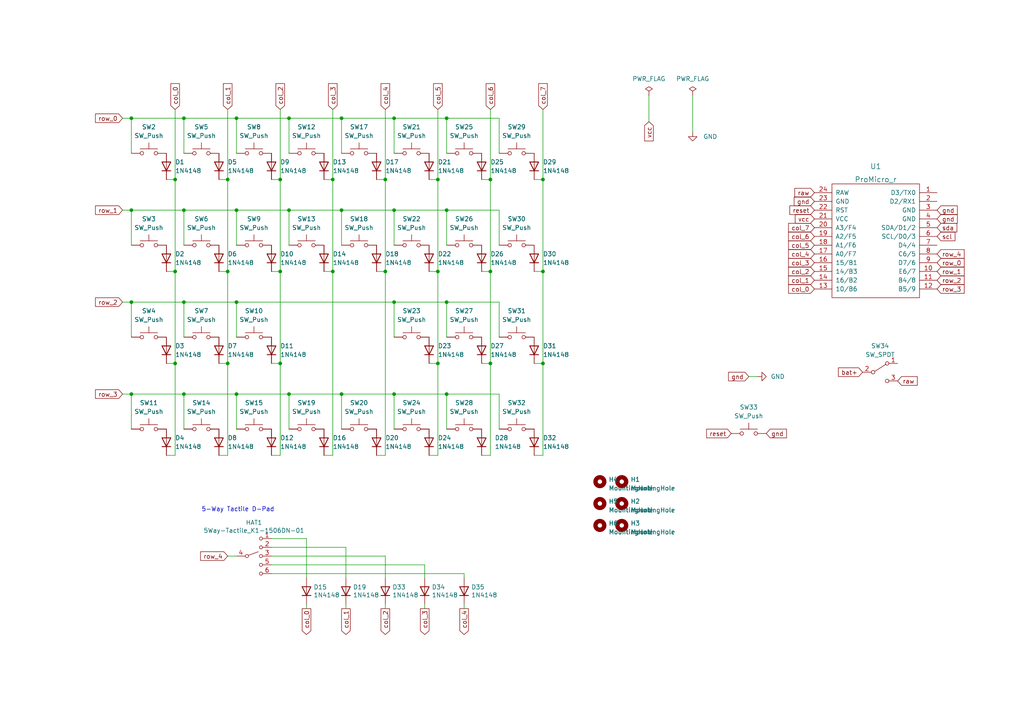
<source format=kicad_sch>
(kicad_sch (version 20230121) (generator eeschema)
  (paper "A4")
  (lib_symbols
    (symbol "Device:D" (pin_numbers hide) (pin_names (offset 1.016) hide)
      (property "Reference" "D" (at 0 2.54 0))
      (property "Value" "D" (at 0 -2.54 0))
      (symbol "D_0_1"
        (polyline (pts (xy -1.27 1.27) (xy -1.27 -1.27)) (stroke (width 0.254)))
        (polyline (pts (xy 1.27 0) (xy -1.27 0)))
        (polyline (pts (xy 1.27 1.27) (xy 1.27 -1.27) (xy -1.27 0) (xy 1.27 1.27)) (stroke (width 0.254)))
      )
      (symbol "D_1_1"
        (pin passive line (at -3.81 0 0) (length 2.54) (name "K") (number "1"))
        (pin passive line (at 3.81 0 180) (length 2.54) (name "A") (number "2"))
      )
    )
    (symbol "DjinnSymbols:5Way-Tactile_K1-1506DN-01" (pin_names (offset 0) hide)
      (property "Reference" "SW" (at 0 6.858 0))
      (property "Value" "5Way-Tactile_K1-1506DN-01" (at 0 -8.128 0))
      (symbol "5Way-Tactile_K1-1506DN-01_0_1"
        (circle (center -2.032 0) (radius 0.4572))
        (polyline (pts (xy -1.524 0.254) (xy 1.27 1.27)))
        (circle (center 2.032 -2.54) (radius 0.4572))
        (circle (center 2.032 0) (radius 0.4572))
        (circle (center 2.032 2.54) (radius 0.4572))
      )
      (symbol "5Way-Tactile_K1-1506DN-01_1_1"
        (circle (center 2.032 -5.08) (radius 0.4572))
        (circle (center 2.032 5.08) (radius 0.4572))
        (pin passive line (at 5.08 5.08 180) (length 2.54) (name "1") (number "1"))
        (pin passive line (at 5.08 2.54 180) (length 2.54) (name "2") (number "2"))
        (pin passive line (at 5.08 0 180) (length 2.54) (name "3") (number "3"))
        (pin passive line (at -5.08 0 0) (length 2.54) (name "4") (number "4"))
        (pin passive line (at 5.08 -2.54 180) (length 2.54) (name "5") (number "5"))
        (pin passive line (at 5.08 -5.08 180) (length 2.54) (name "6") (number "6"))
      )
    )
    (symbol "Mechanical:MountingHole" (pin_names (offset 1.016))
      (property "Reference" "H" (at 0 5.08 0))
      (property "Value" "MountingHole" (at 0 3.175 0))
      (symbol "MountingHole_0_1"
        (circle (center 0 0) (radius 1.27) (stroke (width 1.27)))
      )
    )
    (symbol "Switch:SW_Push" (pin_numbers hide) (pin_names (offset 1.016) hide)
      (property "Reference" "SW" (at 1.27 2.54 0))
      (property "Value" "SW_Push" (at 0 -1.524 0))
      (symbol "SW_Push_0_1"
        (circle (center -2.032 0) (radius 0.508))
        (polyline (pts (xy 0 1.27) (xy 0 3.048)))
        (polyline (pts (xy 2.54 1.27) (xy -2.54 1.27)))
        (circle (center 2.032 0) (radius 0.508))
        (pin passive line (at -5.08 0 0) (length 2.54) (name "1") (number "1"))
        (pin passive line (at 5.08 0 180) (length 2.54) (name "2") (number "2"))
      )
    )
    (symbol "Switch:SW_SPDT" (pin_names (offset 0) hide)
      (property "Reference" "SW" (at 0 4.318 0))
      (property "Value" "SW_SPDT" (at 0 -5.08 0))
      (symbol "SW_SPDT_0_0"
        (circle (center -2.032 0) (radius 0.508))
        (circle (center 2.032 -2.54) (radius 0.508))
      )
      (symbol "SW_SPDT_0_1"
        (polyline (pts (xy -1.524 0.254) (xy 1.651 2.286)))
        (circle (center 2.032 2.54) (radius 0.508))
      )
      (symbol "SW_SPDT_1_1"
        (pin passive line (at 5.08 2.54 180) (length 2.54) (name "A") (number "1"))
        (pin passive line (at -5.08 0 0) (length 2.54) (name "B") (number "2"))
        (pin passive line (at 5.08 -2.54 180) (length 2.54) (name "C") (number "3"))
      )
    )
    (symbol "alaa:Diode_1N4148" (pin_numbers hide) (pin_names (offset 1.016) hide)
      (property "Reference" "D4" (at 2.54 1.2701 90))
      (property "Value" "Diode_1N4148" (at 2.54 -1.2699 90))
      (symbol "Diode_1N4148_0_1"
        (polyline (pts (xy -1.27 1.27) (xy -1.27 -1.27)) (stroke (width 0.254)))
        (polyline (pts (xy 1.27 0) (xy -1.27 0)))
        (polyline (pts (xy 1.27 1.27) (xy 1.27 -1.27) (xy -1.27 0) (xy 1.27 1.27)) (stroke (width 0.254)))
      )
      (symbol "Diode_1N4148_1_1"
        (pin passive line (at -3.81 0 0) (length 2.54) (name "K") (number "1"))
        (pin passive line (at 3.81 0 180) (length 2.54) (name "A") (number "2"))
      )
    )
    (symbol "alaa:ProMicro_r" (pin_names (offset 1.016))
      (property "Reference" "U1" (at 1.27 25.4 0))
      (property "Value" "ProMicro_r" (at 1.27 21.59 0))
      (symbol "ProMicro_r_0_1"
        (rectangle (start 13.97 20.32) (end -11.43 -12.7))
      )
      (symbol "ProMicro_r_1_1"
        (pin bidirectional line (at 19.05 17.78 180) (length 5.08) (name "D3/TX0") (number "1"))
        (pin bidirectional line (at 19.05 -5.08 180) (length 5.08) (name "E6/7") (number "10"))
        (pin bidirectional line (at 19.05 -7.62 180) (length 5.08) (name "B4/8") (number "11"))
        (pin bidirectional line (at 19.05 -10.16 180) (length 5.08) (name "B5/9") (number "12"))
        (pin bidirectional line (at -16.51 -10.16 0) (length 5.08) (name "10/B6") (number "13"))
        (pin bidirectional line (at -16.51 -7.62 0) (length 5.08) (name "16/B2") (number "14"))
        (pin bidirectional line (at -16.51 -5.08 0) (length 5.08) (name "14/B3") (number "15"))
        (pin bidirectional line (at -16.51 -2.54 0) (length 5.08) (name "15/B1") (number "16"))
        (pin bidirectional line (at -16.51 0 0) (length 5.08) (name "A0/F7") (number "17"))
        (pin bidirectional line (at -16.51 2.54 0) (length 5.08) (name "A1/F6") (number "18"))
        (pin bidirectional line (at -16.51 5.08 0) (length 5.08) (name "A2/F5") (number "19"))
        (pin bidirectional line (at 19.05 15.24 180) (length 5.08) (name "D2/RX1") (number "2"))
        (pin bidirectional line (at -16.51 7.62 0) (length 5.08) (name "A3/F4") (number "20"))
        (pin power_in line (at -16.51 10.16 0) (length 5.08) (name "VCC") (number "21"))
        (pin input line (at -16.51 12.7 0) (length 5.08) (name "RST") (number "22"))
        (pin power_in line (at -16.51 15.24 0) (length 5.08) (name "GND") (number "23"))
        (pin power_out line (at -16.51 17.78 0) (length 5.08) (name "RAW") (number "24"))
        (pin power_in line (at 19.05 12.7 180) (length 5.08) (name "GND") (number "3"))
        (pin power_in line (at 19.05 10.16 180) (length 5.08) (name "GND") (number "4"))
        (pin bidirectional line (at 19.05 7.62 180) (length 5.08) (name "SDA/D1/2") (number "5"))
        (pin bidirectional line (at 19.05 5.08 180) (length 5.08) (name "SCL/D0/3") (number "6"))
        (pin bidirectional line (at 19.05 2.54 180) (length 5.08) (name "D4/4") (number "7"))
        (pin bidirectional line (at 19.05 0 180) (length 5.08) (name "C6/5") (number "8"))
        (pin bidirectional line (at 19.05 -2.54 180) (length 5.08) (name "D7/6") (number "9"))
      )
    )
    (symbol "power:GND" (power) (pin_names (offset 0))
      (property "Value" "GND" (at 0 -3.81 0))
      (symbol "GND_0_1"
        (polyline (pts (xy 0 0) (xy 0 -1.27) (xy 1.27 -1.27) (xy 0 -2.54) (xy -1.27 -1.27) (xy 0 -1.27)))
      )
      (symbol "GND_1_1"
        (pin power_in line (at 0 0 270) (length 0) hide (name "GND") (number "1"))
      )
    )
    (symbol "power:PWR_FLAG" (power) (pin_numbers hide) (pin_names (offset 0) hide)
      (property "Value" "PWR_FLAG" (at 0 3.81 0))
      (symbol "PWR_FLAG_0_0"
        (pin power_out line (at 0 0 90) (length 0) (name "pwr") (number "1"))
      )
      (symbol "PWR_FLAG_0_1"
        (polyline (pts (xy 0 0) (xy 0 1.27) (xy -1.016 1.905) (xy 0 2.54) (xy 1.016 1.905) (xy 0 1.27)))
      )
    )
  )
  (junction (at 157.48 78.74))
  (junction (at 142.24 105.41))
  (junction (at 129.54 34.29))
  (junction (at 129.54 114.3))
  (junction (at 53.34 34.29))
  (junction (at 129.54 60.96))
  (junction (at 50.8 78.74))
  (junction (at 50.8 105.41))
  (junction (at 142.24 52.07))
  (junction (at 68.58 34.29))
  (junction (at 111.76 78.74))
  (junction (at 114.3 114.3))
  (junction (at 114.3 60.96))
  (junction (at 53.34 60.96))
  (junction (at 127 52.07))
  (junction (at 157.48 52.07))
  (junction (at 66.04 78.74))
  (junction (at 157.48 105.41))
  (junction (at 38.1 60.96))
  (junction (at 81.28 52.07))
  (junction (at 96.52 52.07))
  (junction (at 127 78.74))
  (junction (at 99.06 60.96))
  (junction (at 50.8 52.07))
  (junction (at 99.06 114.3))
  (junction (at 38.1 114.3))
  (junction (at 66.04 105.41))
  (junction (at 96.52 78.74))
  (junction (at 142.24 78.74))
  (junction (at 83.82 34.29))
  (junction (at 129.54 87.63))
  (junction (at 114.3 34.29))
  (junction (at 66.04 52.07))
  (junction (at 99.06 34.29))
  (junction (at 68.58 60.96))
  (junction (at 68.58 87.63))
  (junction (at 114.3 87.63))
  (junction (at 81.28 105.41))
  (junction (at 38.1 87.63))
  (junction (at 81.28 78.74))
  (junction (at 53.34 87.63))
  (junction (at 111.76 52.07))
  (junction (at 83.82 60.96))
  (junction (at 83.82 114.3))
  (junction (at 68.58 114.3))
  (junction (at 53.34 114.3))
  (junction (at 38.1 34.29))
  (junction (at 127 105.41))
  (wire (pts (xy 38.1 97.79) (xy 38.1 87.63)))
  (wire (pts (xy 127 105.41) (xy 124.46 105.41)))
  (wire (pts (xy 111.76 52.07) (xy 111.76 78.74)))
  (wire (pts (xy 144.78 87.63) (xy 144.78 97.79)))
  (wire (pts (xy 50.8 78.74) (xy 48.26 78.74)))
  (wire (pts (xy 111.76 175.26) (xy 111.76 176.53)))
  (wire (pts (xy 100.33 175.26) (xy 100.33 176.53)))
  (wire (pts (xy 53.34 114.3) (xy 68.58 114.3)))
  (wire (pts (xy 111.76 132.08) (xy 109.22 132.08)))
  (wire (pts (xy 38.1 60.96) (xy 53.34 60.96)))
  (wire (pts (xy 83.82 114.3) (xy 99.06 114.3)))
  (wire (pts (xy 111.76 161.29) (xy 111.76 167.64)))
  (wire (pts (xy 127 132.08) (xy 127 105.41)))
  (wire (pts (xy 114.3 114.3) (xy 114.3 124.46)))
  (wire (pts (xy 99.06 114.3) (xy 114.3 114.3)))
  (wire (pts (xy 81.28 132.08) (xy 81.28 105.41)))
  (wire (pts (xy 83.82 60.96) (xy 83.82 71.12)))
  (wire (pts (xy 53.34 124.46) (xy 53.34 114.3)))
  (wire (pts (xy 78.74 156.21) (xy 88.9 156.21)))
  (wire (pts (xy 38.1 34.29) (xy 53.34 34.29)))
  (wire (pts (xy 114.3 34.29) (xy 129.54 34.29)))
  (wire (pts (xy 68.58 34.29) (xy 83.82 34.29)))
  (wire (pts (xy 129.54 60.96) (xy 144.78 60.96)))
  (wire (pts (xy 114.3 87.63) (xy 129.54 87.63)))
  (wire (pts (xy 127 78.74) (xy 124.46 78.74)))
  (wire (pts (xy 78.74 161.29) (xy 111.76 161.29)))
  (wire (pts (xy 99.06 60.96) (xy 99.06 71.12)))
  (wire (pts (xy 157.48 78.74) (xy 157.48 105.41)))
  (wire (pts (xy 129.54 114.3) (xy 144.78 114.3)))
  (wire (pts (xy 83.82 60.96) (xy 99.06 60.96)))
  (wire (pts (xy 123.19 175.26) (xy 123.19 176.53)))
  (wire (pts (xy 154.94 132.08) (xy 157.48 132.08)))
  (wire (pts (xy 157.48 105.41) (xy 157.48 132.08)))
  (wire (pts (xy 88.9 175.26) (xy 88.9 176.53)))
  (wire (pts (xy 142.24 132.08) (xy 139.7 132.08)))
  (wire (pts (xy 78.74 105.41) (xy 81.28 105.41)))
  (wire (pts (xy 83.82 114.3) (xy 83.82 124.46)))
  (wire (pts (xy 78.74 132.08) (xy 81.28 132.08)))
  (wire (pts (xy 157.48 78.74) (xy 154.94 78.74)))
  (wire (pts (xy 68.58 114.3) (xy 83.82 114.3)))
  (wire (pts (xy 78.74 158.75) (xy 100.33 158.75)))
  (wire (pts (xy 127 78.74) (xy 127 52.07)))
  (wire (pts (xy 96.52 78.74) (xy 93.98 78.74)))
  (wire (pts (xy 66.04 52.07) (xy 66.04 78.74)))
  (wire (pts (xy 127 105.41) (xy 127 78.74)))
  (wire (pts (xy 81.28 31.75) (xy 81.28 52.07)))
  (wire (pts (xy 38.1 114.3) (xy 53.34 114.3)))
  (wire (pts (xy 127 52.07) (xy 124.46 52.07)))
  (wire (pts (xy 114.3 34.29) (xy 114.3 44.45)))
  (wire (pts (xy 66.04 31.75) (xy 66.04 52.07)))
  (wire (pts (xy 129.54 87.63) (xy 129.54 97.79)))
  (wire (pts (xy 144.78 60.96) (xy 144.78 71.12)))
  (wire (pts (xy 129.54 34.29) (xy 144.78 34.29)))
  (wire (pts (xy 129.54 60.96) (xy 129.54 71.12)))
  (wire (pts (xy 157.48 31.75) (xy 157.48 52.07)))
  (wire (pts (xy 38.1 44.45) (xy 38.1 34.29)))
  (wire (pts (xy 99.06 114.3) (xy 99.06 124.46)))
  (wire (pts (xy 100.33 158.75) (xy 100.33 167.64)))
  (wire (pts (xy 124.46 132.08) (xy 127 132.08)))
  (wire (pts (xy 142.24 78.74) (xy 139.7 78.74)))
  (wire (pts (xy 66.04 78.74) (xy 66.04 105.41)))
  (wire (pts (xy 78.74 163.83) (xy 123.19 163.83)))
  (wire (pts (xy 78.74 166.37) (xy 134.62 166.37)))
  (wire (pts (xy 83.82 34.29) (xy 99.06 34.29)))
  (wire (pts (xy 114.3 60.96) (xy 114.3 71.12)))
  (wire (pts (xy 109.22 52.07) (xy 111.76 52.07)))
  (wire (pts (xy 66.04 78.74) (xy 63.5 78.74)))
  (wire (pts (xy 88.9 156.21) (xy 88.9 167.64)))
  (wire (pts (xy 66.04 132.08) (xy 66.04 105.41)))
  (wire (pts (xy 114.3 114.3) (xy 129.54 114.3)))
  (wire (pts (xy 142.24 52.07) (xy 142.24 78.74)))
  (wire (pts (xy 50.8 78.74) (xy 50.8 52.07)))
  (wire (pts (xy 99.06 34.29) (xy 99.06 44.45)))
  (wire (pts (xy 114.3 60.96) (xy 129.54 60.96)))
  (wire (pts (xy 96.52 52.07) (xy 93.98 52.07)))
  (wire (pts (xy 48.26 105.41) (xy 50.8 105.41)))
  (wire (pts (xy 217.17 109.22) (xy 219.71 109.22)))
  (wire (pts (xy 96.52 78.74) (xy 96.52 132.08)))
  (wire (pts (xy 129.54 87.63) (xy 144.78 87.63)))
  (wire (pts (xy 68.58 87.63) (xy 68.58 97.79)))
  (wire (pts (xy 38.1 87.63) (xy 53.34 87.63)))
  (wire (pts (xy 53.34 87.63) (xy 53.34 97.79)))
  (wire (pts (xy 99.06 60.96) (xy 114.3 60.96)))
  (wire (pts (xy 81.28 52.07) (xy 78.74 52.07)))
  (wire (pts (xy 38.1 114.3) (xy 38.1 124.46)))
  (wire (pts (xy 123.19 163.83) (xy 123.19 167.64)))
  (wire (pts (xy 38.1 71.12) (xy 38.1 60.96)))
  (wire (pts (xy 48.26 132.08) (xy 50.8 132.08)))
  (wire (pts (xy 93.98 132.08) (xy 96.52 132.08)))
  (wire (pts (xy 127 31.75) (xy 127 52.07)))
  (wire (pts (xy 114.3 87.63) (xy 114.3 97.79)))
  (wire (pts (xy 50.8 105.41) (xy 50.8 78.74)))
  (wire (pts (xy 129.54 34.29) (xy 129.54 44.45)))
  (wire (pts (xy 111.76 31.75) (xy 111.76 52.07)))
  (wire (pts (xy 154.94 52.07) (xy 157.48 52.07)))
  (wire (pts (xy 68.58 114.3) (xy 68.58 124.46)))
  (wire (pts (xy 68.58 60.96) (xy 83.82 60.96)))
  (wire (pts (xy 68.58 60.96) (xy 68.58 71.12)))
  (wire (pts (xy 68.58 87.63) (xy 114.3 87.63)))
  (wire (pts (xy 35.56 87.63) (xy 38.1 87.63)))
  (wire (pts (xy 157.48 105.41) (xy 154.94 105.41)))
  (wire (pts (xy 99.06 34.29) (xy 114.3 34.29)))
  (wire (pts (xy 139.7 52.07) (xy 142.24 52.07)))
  (wire (pts (xy 50.8 31.75) (xy 50.8 52.07)))
  (wire (pts (xy 96.52 31.75) (xy 96.52 52.07)))
  (wire (pts (xy 142.24 78.74) (xy 142.24 105.41)))
  (wire (pts (xy 35.56 60.96) (xy 38.1 60.96)))
  (wire (pts (xy 111.76 78.74) (xy 109.22 78.74)))
  (wire (pts (xy 81.28 78.74) (xy 78.74 78.74)))
  (wire (pts (xy 96.52 78.74) (xy 96.52 52.07)))
  (wire (pts (xy 157.48 52.07) (xy 157.48 78.74)))
  (wire (pts (xy 144.78 34.29) (xy 144.78 44.45)))
  (wire (pts (xy 53.34 34.29) (xy 68.58 34.29)))
  (wire (pts (xy 53.34 60.96) (xy 68.58 60.96)))
  (wire (pts (xy 111.76 78.74) (xy 111.76 132.08)))
  (wire (pts (xy 63.5 52.07) (xy 66.04 52.07)))
  (wire (pts (xy 53.34 34.29) (xy 53.34 44.45)))
  (wire (pts (xy 83.82 34.29) (xy 83.82 44.45)))
  (wire (pts (xy 142.24 31.75) (xy 142.24 52.07)))
  (wire (pts (xy 68.58 34.29) (xy 68.58 44.45)))
  (wire (pts (xy 50.8 132.08) (xy 50.8 105.41)))
  (wire (pts (xy 81.28 78.74) (xy 81.28 52.07)))
  (wire (pts (xy 129.54 114.3) (xy 129.54 124.46)))
  (wire (pts (xy 53.34 60.96) (xy 53.34 71.12)))
  (wire (pts (xy 134.62 166.37) (xy 134.62 167.64)))
  (wire (pts (xy 53.34 87.63) (xy 68.58 87.63)))
  (wire (pts (xy 68.58 161.29) (xy 66.04 161.29)))
  (wire (pts (xy 63.5 132.08) (xy 66.04 132.08)))
  (wire (pts (xy 144.78 114.3) (xy 144.78 124.46)))
  (wire (pts (xy 66.04 105.41) (xy 63.5 105.41)))
  (wire (pts (xy 134.62 175.26) (xy 134.62 176.53)))
  (wire (pts (xy 142.24 105.41) (xy 139.7 105.41)))
  (wire (pts (xy 200.914 27.686) (xy 200.914 38.354)))
  (wire (pts (xy 35.56 34.29) (xy 38.1 34.29)))
  (wire (pts (xy 35.56 114.3) (xy 38.1 114.3)))
  (wire (pts (xy 142.24 105.41) (xy 142.24 132.08)))
  (wire (pts (xy 188.214 27.686) (xy 188.214 35.306)))
  (wire (pts (xy 81.28 78.74) (xy 81.28 105.41)))
  (wire (pts (xy 50.8 52.07) (xy 48.26 52.07)))
  (text "5-Way Tactile D-Pad" (at 58.42 148.59 0) (effects (font (size 1.27 1.27)) (justify left bottom)))
  (global_label "col_1" (shape output) (at 100.33 176.53 270) (property "Intersheetrefs" "${INTERSHEET_REFS}" (effects hide)))
  (global_label "col_1" (shape input) (at 66.04 31.75 90) (property "Intersheetrefs" "${INTERSHEET_REFS}" (effects hide)))
  (global_label "col_0" (shape input) (at 236.22 83.82 180) (property "Intersheetrefs" "${INTERSHEET_REFS}" (effects hide)))
  (global_label "raw" (shape input) (at 260.35 110.49 0) (property "Intersheetrefs" "${INTERSHEET_REFS}" (effects hide)))
  (global_label "col_2" (shape input) (at 236.22 78.74 180) (property "Intersheetrefs" "${INTERSHEET_REFS}" (effects hide)))
  (global_label "row_0" (shape input) (at 35.56 34.29 180) (property "Intersheetrefs" "${INTERSHEET_REFS}" (effects hide)))
  (global_label "row_4" (shape input) (at 271.78 73.66 0) (property "Intersheetrefs" "${INTERSHEET_REFS}" (effects hide)))
  (global_label "row_1" (shape input) (at 271.78 78.74 0) (property "Intersheetrefs" "${INTERSHEET_REFS}" (effects hide)))
  (global_label "row_1" (shape input) (at 35.56 60.96 180) (property "Intersheetrefs" "${INTERSHEET_REFS}" (effects hide)))
  (global_label "row_3" (shape input) (at 35.56 114.3 180) (property "Intersheetrefs" "${INTERSHEET_REFS}" (effects hide)))
  (global_label "row_3" (shape input) (at 271.78 83.82 0) (property "Intersheetrefs" "${INTERSHEET_REFS}" (effects hide)))
  (global_label "col_5" (shape input) (at 236.22 71.12 180) (property "Intersheetrefs" "${INTERSHEET_REFS}" (effects hide)))
  (global_label "col_3" (shape input) (at 236.22 76.2 180) (property "Intersheetrefs" "${INTERSHEET_REFS}" (effects hide)))
  (global_label "gnd" (shape input) (at 217.17 109.22 180) (property "Intersheetrefs" "${INTERSHEET_REFS}" (effects hide)))
  (global_label "col_0" (shape input) (at 50.8 31.75 90) (property "Intersheetrefs" "${INTERSHEET_REFS}" (effects hide)))
  (global_label "col_2" (shape output) (at 111.76 176.53 270) (property "Intersheetrefs" "${INTERSHEET_REFS}" (effects hide)))
  (global_label "sda" (shape input) (at 271.78 66.04 0) (property "Intersheetrefs" "${INTERSHEET_REFS}" (effects hide)))
  (global_label "gnd" (shape input) (at 222.25 125.73 0) (property "Intersheetrefs" "${INTERSHEET_REFS}" (effects hide)))
  (global_label "col_0" (shape output) (at 88.9 176.53 270) (property "Intersheetrefs" "${INTERSHEET_REFS}" (effects hide)))
  (global_label "col_4" (shape input) (at 111.76 31.75 90) (property "Intersheetrefs" "${INTERSHEET_REFS}" (effects hide)))
  (global_label "gnd" (shape input) (at 271.78 63.5 0) (property "Intersheetrefs" "${INTERSHEET_REFS}" (effects hide)))
  (global_label "col_7" (shape input) (at 157.48 31.75 90) (property "Intersheetrefs" "${INTERSHEET_REFS}" (effects hide)))
  (global_label "row_4" (shape input) (at 66.04 161.29 180) (property "Intersheetrefs" "${INTERSHEET_REFS}" (effects hide)))
  (global_label "reset" (shape input) (at 212.09 125.73 180) (property "Intersheetrefs" "${INTERSHEET_REFS}" (effects hide)))
  (global_label "vcc" (shape input) (at 188.214 35.306 270) (property "Intersheetrefs" "${INTERSHEET_REFS}" (effects hide)))
  (global_label "scl" (shape input) (at 271.78 68.58 0) (property "Intersheetrefs" "${INTERSHEET_REFS}" (effects hide)))
  (global_label "vcc" (shape input) (at 236.22 63.5 180) (property "Intersheetrefs" "${INTERSHEET_REFS}" (effects hide)))
  (global_label "col_4" (shape input) (at 236.22 73.66 180) (property "Intersheetrefs" "${INTERSHEET_REFS}" (effects hide)))
  (global_label "col_1" (shape input) (at 236.22 81.28 180) (property "Intersheetrefs" "${INTERSHEET_REFS}" (effects hide)))
  (global_label "bat+" (shape input) (at 250.19 107.95 180) (property "Intersheetrefs" "${INTERSHEET_REFS}" (effects hide)))
  (global_label "reset" (shape input) (at 236.22 60.96 180) (property "Intersheetrefs" "${INTERSHEET_REFS}" (effects hide)))
  (global_label "col_7" (shape input) (at 236.22 66.04 180) (property "Intersheetrefs" "${INTERSHEET_REFS}" (effects hide)))
  (global_label "row_2" (shape input) (at 271.78 81.28 0) (property "Intersheetrefs" "${INTERSHEET_REFS}" (effects hide)))
  (global_label "col_4" (shape output) (at 134.62 176.53 270) (property "Intersheetrefs" "${INTERSHEET_REFS}" (effects hide)))
  (global_label "gnd" (shape input) (at 271.78 60.96 0) (property "Intersheetrefs" "${INTERSHEET_REFS}" (effects hide)))
  (global_label "col_5" (shape input) (at 127 31.75 90) (property "Intersheetrefs" "${INTERSHEET_REFS}" (effects hide)))
  (global_label "col_2" (shape input) (at 81.28 31.75 90) (property "Intersheetrefs" "${INTERSHEET_REFS}" (effects hide)))
  (global_label "row_2" (shape input) (at 35.56 87.63 180) (property "Intersheetrefs" "${INTERSHEET_REFS}" (effects hide)))
  (global_label "col_6" (shape input) (at 142.24 31.75 90) (property "Intersheetrefs" "${INTERSHEET_REFS}" (effects hide)))
  (global_label "row_0" (shape input) (at 271.78 76.2 0) (property "Intersheetrefs" "${INTERSHEET_REFS}" (effects hide)))
  (global_label "col_3" (shape input) (at 96.52 31.75 90) (property "Intersheetrefs" "${INTERSHEET_REFS}" (effects hide)))
  (global_label "col_6" (shape input) (at 236.22 68.58 180) (property "Intersheetrefs" "${INTERSHEET_REFS}" (effects hide)))
  (global_label "gnd" (shape input) (at 236.22 58.42 180) (property "Intersheetrefs" "${INTERSHEET_REFS}" (effects hide)))
  (global_label "col_3" (shape output) (at 123.19 176.53 270) (property "Intersheetrefs" "${INTERSHEET_REFS}" (effects hide)))
  (global_label "raw" (shape input) (at 236.22 55.88 180) (property "Intersheetrefs" "${INTERSHEET_REFS}" (effects hide)))
  (symbol (lib_id "Switch:SW_SPDT") (at 255.27 107.95 0) (unit 1)
    (property "Reference" "SW34" (at 255.27 100.33 0))
    (property "Value" "SW_SPDT" (at 255.27 102.87 0))
    (property "Footprint" "Alaa:SW_CuK_OS102011MA1QN1_SPDT_Angled" (effects hide))
  )
  (symbol (lib_id "alaa:Diode_1N4148") (at 63.5 48.26 90) (unit 1)
    (property "Reference" "D5" (at 66.04 46.9899 90) (effects (justify right)))
    (property "Value" "1N4148" (at 66.04 49.5299 90) (effects (justify right)))
    (property "Footprint" "Diode_SMD:D_SOD-123" (effects hide))
    (property "Datasheet" "https://assets.nexperia.com/documents/data-sheet/1N4148_1N4448.pdf" (effects hide))
    (property "LCSC" "C909967" (effects hide))
  )
  (symbol (lib_id "alaa:Diode_1N4148") (at 48.26 128.27 90) (unit 1)
    (property "Reference" "D4" (at 50.8 126.9999 90) (effects (justify right)))
    (property "Value" "1N4148" (at 50.8 129.5399 90) (effects (justify right)))
    (property "Footprint" "Diode_SMD:D_SOD-123" (effects hide))
    (property "Datasheet" "https://assets.nexperia.com/documents/data-sheet/1N4148_1N4448.pdf" (effects hide))
    (property "LCSC" "C909967" (effects hide))
  )
  (symbol (lib_id "Switch:SW_Push") (at 104.14 71.12 0) (unit 1)
    (property "Reference" "SW18" (at 104.14 63.5 0))
    (property "Value" "SW_Push" (at 104.14 66.04 0))
    (property "Footprint" "Alaa:Kailh_hotswap_MX-CHOC" (effects hide))
  )
  (symbol (lib_id "Switch:SW_Push") (at 134.62 71.12 0) (unit 1)
    (property "Reference" "SW26" (at 134.62 63.5 0))
    (property "Value" "SW_Push" (at 134.62 66.04 0))
    (property "Footprint" "Alaa:Kailh_hotswap_MX-CHOC" (effects hide))
  )
  (symbol (lib_id "alaa:Diode_1N4148") (at 48.26 48.26 90) (unit 1)
    (property "Reference" "D1" (at 50.8 46.9899 90) (effects (justify right)))
    (property "Value" "1N4148" (at 50.8 49.5299 90) (effects (justify right)))
    (property "Footprint" "Diode_SMD:D_SOD-123" (effects hide))
    (property "Datasheet" "https://assets.nexperia.com/documents/data-sheet/1N4148_1N4448.pdf" (effects hide))
    (property "LCSC" "C909967" (effects hide))
  )
  (symbol (lib_id "alaa:Diode_1N4148") (at 78.74 101.6 90) (unit 1)
    (property "Reference" "D11" (at 81.28 100.3299 90) (effects (justify right)))
    (property "Value" "1N4148" (at 81.28 102.8699 90) (effects (justify right)))
    (property "Footprint" "Diode_SMD:D_SOD-123" (effects hide))
    (property "Datasheet" "https://assets.nexperia.com/documents/data-sheet/1N4148_1N4448.pdf" (effects hide))
    (property "LCSC" "C909967" (effects hide))
  )
  (symbol (lib_id "alaa:Diode_1N4148") (at 154.94 101.6 90) (unit 1)
    (property "Reference" "D31" (at 157.48 100.3299 90) (effects (justify right)))
    (property "Value" "1N4148" (at 157.48 102.8699 90) (effects (justify right)))
    (property "Footprint" "Diode_SMD:D_SOD-123" (effects hide))
    (property "Datasheet" "https://assets.nexperia.com/documents/data-sheet/1N4148_1N4448.pdf" (effects hide))
    (property "LCSC" "C909967" (effects hide))
  )
  (symbol (lib_id "alaa:Diode_1N4148") (at 139.7 128.27 90) (unit 1)
    (property "Reference" "D28" (at 143.51 126.9999 90) (effects (justify right)))
    (property "Value" "1N4148" (at 143.51 129.5399 90) (effects (justify right)))
    (property "Footprint" "Diode_SMD:D_SOD-123" (effects hide))
    (property "Datasheet" "https://assets.nexperia.com/documents/data-sheet/1N4148_1N4448.pdf" (effects hide))
    (property "LCSC" "C909967" (effects hide))
  )
  (symbol (lib_id "alaa:Diode_1N4148") (at 139.7 74.93 90) (unit 1)
    (property "Reference" "D26" (at 142.24 73.6599 90) (effects (justify right)))
    (property "Value" "1N4148" (at 142.24 76.1999 90) (effects (justify right)))
    (property "Footprint" "Diode_SMD:D_SOD-123" (effects hide))
    (property "Datasheet" "https://assets.nexperia.com/documents/data-sheet/1N4148_1N4448.pdf" (effects hide))
    (property "LCSC" "C909967" (effects hide))
  )
  (symbol (lib_id "Mechanical:MountingHole") (at 180.34 152.4 0) (unit 1)
    (property "Reference" "H3" (at 182.88 151.765 0) (effects (justify left)))
    (property "Value" "MountingHole" (at 182.88 154.305 0) (effects (justify left)))
    (property "Footprint" "Alaa:MountingHole_M3" (effects hide))
  )
  (symbol (lib_id "Switch:SW_Push") (at 134.62 124.46 0) (unit 1)
    (property "Reference" "SW28" (at 134.62 116.84 0))
    (property "Value" "SW_Push" (at 134.62 119.38 0))
    (property "Footprint" "Alaa:Kailh_hotswap_MX-CHOC" (effects hide))
  )
  (symbol (lib_id "alaa:Diode_1N4148") (at 124.46 128.27 90) (unit 1)
    (property "Reference" "D24" (at 127 126.9999 90) (effects (justify right)))
    (property "Value" "1N4148" (at 127 129.5399 90) (effects (justify right)))
    (property "Footprint" "Diode_SMD:D_SOD-123" (effects hide))
    (property "Datasheet" "https://assets.nexperia.com/documents/data-sheet/1N4148_1N4448.pdf" (effects hide))
    (property "LCSC" "C909967" (effects hide))
  )
  (symbol (lib_id "Switch:SW_Push") (at 134.62 44.45 0) (unit 1)
    (property "Reference" "SW25" (at 134.62 36.83 0))
    (property "Value" "SW_Push" (at 134.62 39.37 0))
    (property "Footprint" "Alaa:Kailh_hotswap_MX-CHOC" (effects hide))
  )
  (symbol (lib_id "alaa:Diode_1N4148") (at 63.5 74.93 90) (unit 1)
    (property "Reference" "D6" (at 66.04 73.6599 90) (effects (justify right)))
    (property "Value" "1N4148" (at 66.04 76.1999 90) (effects (justify right)))
    (property "Footprint" "Diode_SMD:D_SOD-123" (effects hide))
    (property "Datasheet" "https://assets.nexperia.com/documents/data-sheet/1N4148_1N4448.pdf" (effects hide))
    (property "LCSC" "C909967" (effects hide))
  )
  (symbol (lib_id "Switch:SW_Push") (at 43.18 124.46 0) (unit 1)
    (property "Reference" "SW11" (at 43.18 116.84 0))
    (property "Value" "SW_Push" (at 43.18 119.38 0))
    (property "Footprint" "Alaa:Kailh_hotswap_MX-CHOC" (effects hide))
  )
  (symbol (lib_id "Switch:SW_Push") (at 43.18 44.45 0) (unit 1)
    (property "Reference" "SW2" (at 43.18 36.83 0))
    (property "Value" "SW_Push" (at 43.18 39.37 0))
    (property "Footprint" "Alaa:Kailh_hotswap_MX-CHOC" (effects hide))
  )
  (symbol (lib_id "Switch:SW_Push") (at 149.86 97.79 0) (unit 1)
    (property "Reference" "SW31" (at 149.86 90.17 0))
    (property "Value" "SW_Push" (at 149.86 92.71 0))
    (property "Footprint" "Alaa:Kailh_hotswap_MX-CHOC" (effects hide))
  )
  (symbol (lib_id "Switch:SW_Push") (at 119.38 124.46 0) (unit 1)
    (property "Reference" "SW24" (at 119.38 116.84 0))
    (property "Value" "SW_Push" (at 119.38 119.38 0))
    (property "Footprint" "Alaa:Kailh_hotswap_MX-CHOC" (effects hide))
  )
  (symbol (lib_id "Switch:SW_Push") (at 43.18 97.79 0) (unit 1)
    (property "Reference" "SW4" (at 43.18 90.17 0))
    (property "Value" "SW_Push" (at 43.18 92.71 0))
    (property "Footprint" "Alaa:Kailh_hotswap_MX-CHOC" (effects hide))
  )
  (symbol (lib_id "Device:D") (at 134.62 171.45 90) (unit 1)
    (property "Reference" "D35" (at 136.652 170.2816 90) (effects (justify right)))
    (property "Value" "1N4148" (at 136.652 172.593 90) (effects (justify right)))
    (property "Footprint" "Diode_SMD:D_SOD-123" (effects hide))
    (property "Datasheet" "https://assets.nexperia.com/documents/data-sheet/1N4148_1N4448.pdf" (effects hide))
    (property "LCSC" "C909967" (effects hide))
  )
  (symbol (lib_id "Device:D") (at 111.76 171.45 90) (unit 1)
    (property "Reference" "D33" (at 113.792 170.2816 90) (effects (justify right)))
    (property "Value" "1N4148" (at 113.792 172.593 90) (effects (justify right)))
    (property "Footprint" "Diode_SMD:D_SOD-123" (effects hide))
    (property "Datasheet" "https://assets.nexperia.com/documents/data-sheet/1N4148_1N4448.pdf" (effects hide))
    (property "LCSC" "C909967" (effects hide))
  )
  (symbol (lib_id "alaa:Diode_1N4148") (at 124.46 48.26 90) (unit 1)
    (property "Reference" "D21" (at 127 46.9899 90) (effects (justify right)))
    (property "Value" "1N4148" (at 127 49.5299 90) (effects (justify right)))
    (property "Footprint" "Diode_SMD:D_SOD-123" (effects hide))
    (property "Datasheet" "https://assets.nexperia.com/documents/data-sheet/1N4148_1N4448.pdf" (effects hide))
    (property "LCSC" "C909967" (effects hide))
  )
  (symbol (lib_id "Mechanical:MountingHole") (at 180.34 139.7 0) (unit 1)
    (property "Reference" "H1" (at 182.88 139.065 0) (effects (justify left)))
    (property "Value" "MountingHole" (at 182.88 141.605 0) (effects (justify left)))
    (property "Footprint" "Alaa:MountingHole_M3" (effects hide))
  )
  (symbol (lib_id "alaa:Diode_1N4148") (at 109.22 128.27 90) (unit 1)
    (property "Reference" "D20" (at 111.76 126.9999 90) (effects (justify right)))
    (property "Value" "1N4148" (at 111.76 129.5399 90) (effects (justify right)))
    (property "Footprint" "Diode_SMD:D_SOD-123" (effects hide))
    (property "Datasheet" "https://assets.nexperia.com/documents/data-sheet/1N4148_1N4448.pdf" (effects hide))
    (property "LCSC" "C909967" (effects hide))
  )
  (symbol (lib_id "alaa:Diode_1N4148") (at 78.74 128.27 90) (unit 1)
    (property "Reference" "D12" (at 81.28 126.9999 90) (effects (justify right)))
    (property "Value" "1N4148" (at 81.28 129.5399 90) (effects (justify right)))
    (property "Footprint" "Diode_SMD:D_SOD-123" (effects hide))
    (property "Datasheet" "https://assets.nexperia.com/documents/data-sheet/1N4148_1N4448.pdf" (effects hide))
    (property "LCSC" "C909967" (effects hide))
  )
  (symbol (lib_id "Switch:SW_Push") (at 134.62 97.79 0) (unit 1)
    (property "Reference" "SW27" (at 134.62 90.17 0))
    (property "Value" "SW_Push" (at 134.62 92.71 0))
    (property "Footprint" "Alaa:Kailh_hotswap_MX-CHOC" (effects hide))
  )
  (symbol (lib_id "alaa:Diode_1N4148") (at 78.74 48.26 90) (unit 1)
    (property "Reference" "D9" (at 81.28 46.9899 90) (effects (justify right)))
    (property "Value" "1N4148" (at 81.28 49.5299 90) (effects (justify right)))
    (property "Footprint" "Diode_SMD:D_SOD-123" (effects hide))
    (property "Datasheet" "https://assets.nexperia.com/documents/data-sheet/1N4148_1N4448.pdf" (effects hide))
    (property "LCSC" "C909967" (effects hide))
  )
  (symbol (lib_id "Switch:SW_Push") (at 149.86 44.45 0) (unit 1)
    (property "Reference" "SW29" (at 149.86 36.83 0))
    (property "Value" "SW_Push" (at 149.86 39.37 0))
    (property "Footprint" "Alaa:Kailh_hotswap_MX-CHOC" (effects hide))
  )
  (symbol (lib_id "Switch:SW_Push") (at 104.14 44.45 0) (unit 1)
    (property "Reference" "SW17" (at 104.14 36.83 0))
    (property "Value" "SW_Push" (at 104.14 39.37 0))
    (property "Footprint" "Alaa:Kailh_hotswap_MX-CHOC" (effects hide))
  )
  (symbol (lib_id "Switch:SW_Push") (at 73.66 44.45 0) (unit 1)
    (property "Reference" "SW8" (at 73.66 36.83 0))
    (property "Value" "SW_Push" (at 73.66 39.37 0))
    (property "Footprint" "Alaa:Kailh_hotswap_MX-CHOC" (effects hide))
  )
  (symbol (lib_id "Switch:SW_Push") (at 149.86 124.46 0) (unit 1)
    (property "Reference" "SW32" (at 149.86 116.84 0))
    (property "Value" "SW_Push" (at 149.86 119.38 0))
    (property "Footprint" "Alaa:Kailh_hotswap_MX-CHOC" (effects hide))
  )
  (symbol (lib_id "Switch:SW_Push") (at 58.42 44.45 0) (unit 1)
    (property "Reference" "SW5" (at 58.42 36.83 0))
    (property "Value" "SW_Push" (at 58.42 39.37 0))
    (property "Footprint" "Alaa:Kailh_hotswap_MX-CHOC" (effects hide))
  )
  (symbol (lib_id "power:GND") (at 219.71 109.22 90) (unit 1)
    (property "Reference" "#PWR03" (effects hide))
    (property "Value" "GND" (at 223.52 109.2199 90) (effects (justify right)))
  )
  (symbol (lib_id "alaa:Diode_1N4148") (at 139.7 48.26 90) (unit 1)
    (property "Reference" "D25" (at 142.24 46.9899 90) (effects (justify right)))
    (property "Value" "1N4148" (at 142.24 49.5299 90) (effects (justify right)))
    (property "Footprint" "Diode_SMD:D_SOD-123" (effects hide))
    (property "Datasheet" "https://assets.nexperia.com/documents/data-sheet/1N4148_1N4448.pdf" (effects hide))
    (property "LCSC" "C909967" (effects hide))
  )
  (symbol (lib_id "Mechanical:MountingHole") (at 173.99 146.05 0) (unit 1)
    (property "Reference" "H5" (at 176.53 145.415 0) (effects (justify left)))
    (property "Value" "MountingHole" (at 176.53 147.955 0) (effects (justify left)))
    (property "Footprint" "Alaa:MountingHole_M3" (effects hide))
  )
  (symbol (lib_id "Switch:SW_Push") (at 73.66 97.79 0) (unit 1)
    (property "Reference" "SW10" (at 73.66 90.17 0))
    (property "Value" "SW_Push" (at 73.66 92.71 0))
    (property "Footprint" "Alaa:Kailh_hotswap_MX-CHOC" (effects hide))
  )
  (symbol (lib_id "alaa:Diode_1N4148") (at 93.98 48.26 90) (unit 1)
    (property "Reference" "D13" (at 96.52 46.9899 90) (effects (justify right)))
    (property "Value" "1N4148" (at 96.52 49.5299 90) (effects (justify right)))
    (property "Footprint" "Diode_SMD:D_SOD-123" (effects hide))
    (property "Datasheet" "https://assets.nexperia.com/documents/data-sheet/1N4148_1N4448.pdf" (effects hide))
    (property "LCSC" "C909967" (effects hide))
  )
  (symbol (lib_id "alaa:Diode_1N4148") (at 154.94 128.27 90) (unit 1)
    (property "Reference" "D32" (at 157.48 126.9999 90) (effects (justify right)))
    (property "Value" "1N4148" (at 157.48 129.5399 90) (effects (justify right)))
    (property "Footprint" "Diode_SMD:D_SOD-123" (effects hide))
    (property "Datasheet" "https://assets.nexperia.com/documents/data-sheet/1N4148_1N4448.pdf" (effects hide))
    (property "LCSC" "C909967" (effects hide))
  )
  (symbol (lib_id "alaa:Diode_1N4148") (at 63.5 101.6 90) (unit 1)
    (property "Reference" "D7" (at 66.04 100.3299 90) (effects (justify right)))
    (property "Value" "1N4148" (at 66.04 102.8699 90) (effects (justify right)))
    (property "Footprint" "Diode_SMD:D_SOD-123" (effects hide))
    (property "Datasheet" "https://assets.nexperia.com/documents/data-sheet/1N4148_1N4448.pdf" (effects hide))
    (property "LCSC" "C909967" (effects hide))
  )
  (symbol (lib_id "alaa:Diode_1N4148") (at 124.46 101.6 90) (unit 1)
    (property "Reference" "D23" (at 127 100.3299 90) (effects (justify right)))
    (property "Value" "1N4148" (at 127 102.8699 90) (effects (justify right)))
    (property "Footprint" "Diode_SMD:D_SOD-123" (effects hide))
    (property "Datasheet" "https://assets.nexperia.com/documents/data-sheet/1N4148_1N4448.pdf" (effects hide))
    (property "LCSC" "C909967" (effects hide))
  )
  (symbol (lib_id "Switch:SW_Push") (at 73.66 124.46 0) (unit 1)
    (property "Reference" "SW15" (at 73.66 116.84 0))
    (property "Value" "SW_Push" (at 73.66 119.38 0))
    (property "Footprint" "Alaa:Kailh_hotswap_MX-CHOC" (effects hide))
  )
  (symbol (lib_id "Switch:SW_Push") (at 58.42 97.79 0) (unit 1)
    (property "Reference" "SW7" (at 58.42 90.17 0))
    (property "Value" "SW_Push" (at 58.42 92.71 0))
    (property "Footprint" "Alaa:Kailh_hotswap_MX-CHOC" (effects hide))
  )
  (symbol (lib_id "Device:D") (at 123.19 171.45 90) (unit 1)
    (property "Reference" "D34" (at 125.222 170.2816 90) (effects (justify right)))
    (property "Value" "1N4148" (at 125.222 172.593 90) (effects (justify right)))
    (property "Footprint" "Diode_SMD:D_SOD-123" (effects hide))
    (property "Datasheet" "https://assets.nexperia.com/documents/data-sheet/1N4148_1N4448.pdf" (effects hide))
    (property "LCSC" "C909967" (effects hide))
  )
  (symbol (lib_id "alaa:Diode_1N4148") (at 48.26 101.6 90) (unit 1)
    (property "Reference" "D3" (at 50.8 100.3299 90) (effects (justify right)))
    (property "Value" "1N4148" (at 50.8 102.8699 90) (effects (justify right)))
    (property "Footprint" "Diode_SMD:D_SOD-123" (effects hide))
    (property "Datasheet" "https://assets.nexperia.com/documents/data-sheet/1N4148_1N4448.pdf" (effects hide))
    (property "LCSC" "C909967" (effects hide))
  )
  (symbol (lib_id "Switch:SW_Push") (at 88.9 71.12 0) (unit 1)
    (property "Reference" "SW13" (at 88.9 63.5 0))
    (property "Value" "SW_Push" (at 88.9 66.04 0))
    (property "Footprint" "Alaa:Kailh_hotswap_MX-CHOC" (effects hide))
  )
  (symbol (lib_id "alaa:Diode_1N4148") (at 78.74 74.93 90) (unit 1)
    (property "Reference" "D10" (at 81.28 73.6599 90) (effects (justify right)))
    (property "Value" "1N4148" (at 81.28 76.1999 90) (effects (justify right)))
    (property "Footprint" "Diode_SMD:D_SOD-123" (effects hide))
    (property "Datasheet" "https://assets.nexperia.com/documents/data-sheet/1N4148_1N4448.pdf" (effects hide))
    (property "LCSC" "C909967" (effects hide))
  )
  (symbol (lib_id "alaa:Diode_1N4148") (at 109.22 74.93 90) (unit 1)
    (property "Reference" "D18" (at 111.76 73.6599 90) (effects (justify right)))
    (property "Value" "1N4148" (at 111.76 76.1999 90) (effects (justify right)))
    (property "Footprint" "Diode_SMD:D_SOD-123" (effects hide))
    (property "Datasheet" "https://assets.nexperia.com/documents/data-sheet/1N4148_1N4448.pdf" (effects hide))
    (property "LCSC" "C909967" (effects hide))
  )
  (symbol (lib_id "Switch:SW_Push") (at 149.86 71.12 0) (unit 1)
    (property "Reference" "SW30" (at 149.86 63.5 0))
    (property "Value" "SW_Push" (at 149.86 66.04 0))
    (property "Footprint" "Alaa:Kailh_hotswap_MX-CHOC" (effects hide))
  )
  (symbol (lib_id "Switch:SW_Push") (at 119.38 44.45 0) (unit 1)
    (property "Reference" "SW21" (at 119.38 36.83 0))
    (property "Value" "SW_Push" (at 119.38 39.37 0))
    (property "Footprint" "Alaa:Kailh_hotswap_MX-CHOC" (effects hide))
  )
  (symbol (lib_id "alaa:Diode_1N4148") (at 154.94 74.93 90) (unit 1)
    (property "Reference" "D30" (at 157.48 73.6599 90) (effects (justify right)))
    (property "Value" "1N4148" (at 157.48 76.1999 90) (effects (justify right)))
    (property "Footprint" "Diode_SMD:D_SOD-123" (effects hide))
    (property "Datasheet" "https://assets.nexperia.com/documents/data-sheet/1N4148_1N4448.pdf" (effects hide))
    (property "LCSC" "C909967" (effects hide))
  )
  (symbol (lib_id "Switch:SW_Push") (at 58.42 71.12 0) (unit 1)
    (property "Reference" "SW6" (at 58.42 63.5 0))
    (property "Value" "SW_Push" (at 58.42 66.04 0))
    (property "Footprint" "Alaa:Kailh_hotswap_MX-CHOC" (effects hide))
  )
  (symbol (lib_id "Mechanical:MountingHole") (at 173.99 152.4 0) (unit 1)
    (property "Reference" "H6" (at 176.53 151.765 0) (effects (justify left)))
    (property "Value" "MountingHole" (at 176.53 154.305 0) (effects (justify left)))
    (property "Footprint" "Alaa:MountingHole_M3" (effects hide))
  )
  (symbol (lib_id "alaa:Diode_1N4148") (at 93.98 74.93 90) (unit 1)
    (property "Reference" "D14" (at 96.52 73.6599 90) (effects (justify right)))
    (property "Value" "1N4148" (at 96.52 76.1999 90) (effects (justify right)))
    (property "Footprint" "Diode_SMD:D_SOD-123" (effects hide))
    (property "Datasheet" "https://assets.nexperia.com/documents/data-sheet/1N4148_1N4448.pdf" (effects hide))
    (property "LCSC" "C909967" (effects hide))
  )
  (symbol (lib_id "power:GND") (at 200.914 38.354 0) (unit 1)
    (property "Reference" "#PWR0101" (effects hide))
    (property "Value" "GND" (at 203.962 39.6239 0) (effects (justify left)))
  )
  (symbol (lib_id "Device:D") (at 100.33 171.45 90) (unit 1)
    (property "Reference" "D19" (at 102.362 170.2816 90) (effects (justify right)))
    (property "Value" "1N4148" (at 102.362 172.593 90) (effects (justify right)))
    (property "Footprint" "Diode_SMD:D_SOD-123" (effects hide))
    (property "Datasheet" "https://assets.nexperia.com/documents/data-sheet/1N4148_1N4448.pdf" (effects hide))
    (property "LCSC" "C909967" (effects hide))
  )
  (symbol (lib_id "alaa:Diode_1N4148") (at 93.98 128.27 90) (unit 1)
    (property "Reference" "D16" (at 96.52 126.9999 90) (effects (justify right)))
    (property "Value" "1N4148" (at 96.52 129.5399 90) (effects (justify right)))
    (property "Footprint" "Diode_SMD:D_SOD-123" (effects hide))
    (property "Datasheet" "https://assets.nexperia.com/documents/data-sheet/1N4148_1N4448.pdf" (effects hide))
    (property "LCSC" "C909967" (effects hide))
  )
  (symbol (lib_id "Switch:SW_Push") (at 88.9 44.45 0) (unit 1)
    (property "Reference" "SW12" (at 88.9 36.83 0))
    (property "Value" "SW_Push" (at 88.9 39.37 0))
    (property "Footprint" "Alaa:Kailh_hotswap_MX-CHOC" (effects hide))
  )
  (symbol (lib_id "alaa:Diode_1N4148") (at 139.7 101.6 90) (unit 1)
    (property "Reference" "D27" (at 142.24 100.3299 90) (effects (justify right)))
    (property "Value" "1N4148" (at 142.24 102.8699 90) (effects (justify right)))
    (property "Footprint" "Diode_SMD:D_SOD-123" (effects hide))
    (property "Datasheet" "https://assets.nexperia.com/documents/data-sheet/1N4148_1N4448.pdf" (effects hide))
    (property "LCSC" "C909967" (effects hide))
  )
  (symbol (lib_id "Switch:SW_Push") (at 58.42 124.46 0) (unit 1)
    (property "Reference" "SW14" (at 58.42 116.84 0))
    (property "Value" "SW_Push" (at 58.42 119.38 0))
    (property "Footprint" "Alaa:Kailh_hotswap_MX-CHOC" (effects hide))
  )
  (symbol (lib_id "Switch:SW_Push") (at 43.18 71.12 0) (unit 1)
    (property "Reference" "SW3" (at 43.18 63.5 0))
    (property "Value" "SW_Push" (at 43.18 66.04 0))
    (property "Footprint" "Alaa:Kailh_hotswap_MX-CHOC" (effects hide))
  )
  (symbol (lib_id "DjinnSymbols:5Way-Tactile_K1-1506DN-01") (at 73.66 161.29 0) (unit 1)
    (property "Reference" "HAT1" (at 73.66 151.5618 0))
    (property "Value" "5Way-Tactile_K1-1506DN-01" (at 73.66 153.8732 0))
    (property "Footprint" "Alaa:5Way-non-reverse" (effects hide))
  )
  (symbol (lib_id "power:PWR_FLAG") (at 200.914 27.686 0) (unit 1)
    (property "Reference" "#FLG0102" (effects hide))
    (property "Value" "PWR_FLAG" (at 200.914 22.86 0))
  )
  (symbol (lib_id "Switch:SW_Push") (at 119.38 97.79 0) (unit 1)
    (property "Reference" "SW23" (at 119.38 90.17 0))
    (property "Value" "SW_Push" (at 119.38 92.71 0))
    (property "Footprint" "Alaa:Kailh_hotswap_MX-CHOC" (effects hide))
  )
  (symbol (lib_id "Mechanical:MountingHole") (at 173.99 139.7 0) (unit 1)
    (property "Reference" "H4" (at 176.53 139.065 0) (effects (justify left)))
    (property "Value" "MountingHole" (at 176.53 141.605 0) (effects (justify left)))
    (property "Footprint" "Alaa:MountingHole_M3" (effects hide))
  )
  (symbol (lib_id "Switch:SW_Push") (at 104.14 124.46 0) (unit 1)
    (property "Reference" "SW20" (at 104.14 116.84 0))
    (property "Value" "SW_Push" (at 104.14 119.38 0))
    (property "Footprint" "Alaa:Kailh_hotswap_MX-CHOC" (effects hide))
  )
  (symbol (lib_id "alaa:Diode_1N4148") (at 48.26 74.93 90) (unit 1)
    (property "Reference" "D2" (at 50.8 73.6599 90) (effects (justify right)))
    (property "Value" "1N4148" (at 50.8 76.1999 90) (effects (justify right)))
    (property "Footprint" "Diode_SMD:D_SOD-123" (effects hide))
    (property "Datasheet" "https://assets.nexperia.com/documents/data-sheet/1N4148_1N4448.pdf" (effects hide))
    (property "LCSC" "C909967" (effects hide))
  )
  (symbol (lib_id "alaa:Diode_1N4148") (at 124.46 74.93 90) (unit 1)
    (property "Reference" "D22" (at 127 73.6599 90) (effects (justify right)))
    (property "Value" "1N4148" (at 127 76.1999 90) (effects (justify right)))
    (property "Footprint" "Diode_SMD:D_SOD-123" (effects hide))
    (property "Datasheet" "https://assets.nexperia.com/documents/data-sheet/1N4148_1N4448.pdf" (effects hide))
    (property "LCSC" "C909967" (effects hide))
  )
  (symbol (lib_id "alaa:Diode_1N4148") (at 63.5 128.27 90) (unit 1)
    (property "Reference" "D8" (at 66.04 126.9999 90) (effects (justify right)))
    (property "Value" "1N4148" (at 66.04 129.5399 90) (effects (justify right)))
    (property "Footprint" "Diode_SMD:D_SOD-123" (effects hide))
    (property "Datasheet" "https://assets.nexperia.com/documents/data-sheet/1N4148_1N4448.pdf" (effects hide))
    (property "LCSC" "C909967" (effects hide))
  )
  (symbol (lib_id "Device:D") (at 88.9 171.45 90) (unit 1)
    (property "Reference" "D15" (at 90.932 170.2816 90) (effects (justify right)))
    (property "Value" "1N4148" (at 90.932 172.593 90) (effects (justify right)))
    (property "Footprint" "Diode_SMD:D_SOD-123" (effects hide))
    (property "Datasheet" "https://assets.nexperia.com/documents/data-sheet/1N4148_1N4448.pdf" (effects hide))
    (property "LCSC" "C909967" (effects hide))
  )
  (symbol (lib_id "alaa:Diode_1N4148") (at 109.22 48.26 90) (unit 1)
    (property "Reference" "D17" (at 111.76 46.9899 90) (effects (justify right)))
    (property "Value" "1N4148" (at 111.76 49.5299 90) (effects (justify right)))
    (property "Footprint" "Diode_SMD:D_SOD-123" (effects hide))
    (property "Datasheet" "https://assets.nexperia.com/documents/data-sheet/1N4148_1N4448.pdf" (effects hide))
    (property "LCSC" "C909967" (effects hide))
  )
  (symbol (lib_id "Switch:SW_Push") (at 119.38 71.12 0) (unit 1)
    (property "Reference" "SW22" (at 119.38 63.5 0))
    (property "Value" "SW_Push" (at 119.38 66.04 0))
    (property "Footprint" "Alaa:Kailh_hotswap_MX-CHOC" (effects hide))
  )
  (symbol (lib_id "alaa:Diode_1N4148") (at 154.94 48.26 90) (unit 1)
    (property "Reference" "D29" (at 157.48 46.9899 90) (effects (justify right)))
    (property "Value" "1N4148" (at 157.48 49.5299 90) (effects (justify right)))
    (property "Footprint" "Diode_SMD:D_SOD-123" (effects hide))
    (property "Datasheet" "https://assets.nexperia.com/documents/data-sheet/1N4148_1N4448.pdf" (effects hide))
    (property "LCSC" "C909967" (effects hide))
  )
  (symbol (lib_id "alaa:ProMicro_r") (at 252.73 73.66 0) (unit 1)
    (property "Reference" "U1" (at 254 48.26 0) (effects (font (size 1.524 1.524))))
    (property "Value" "ProMicro_r" (at 254 52.07 0) (effects (font (size 1.524 1.524))))
    (property "Footprint" "kbd:ProMicro_v3.5" (effects hide))
  )
  (symbol (lib_id "Switch:SW_Push") (at 217.17 125.73 0) (unit 1)
    (property "Reference" "SW33" (at 217.17 118.11 0))
    (property "Value" "SW_Push" (at 217.17 120.65 0))
    (property "Footprint" "Alaa:ResetSW" (effects hide))
  )
  (symbol (lib_id "Switch:SW_Push") (at 73.66 71.12 0) (unit 1)
    (property "Reference" "SW9" (at 73.66 63.5 0))
    (property "Value" "SW_Push" (at 73.66 66.04 0))
    (property "Footprint" "Alaa:Kailh_hotswap_MX-CHOC" (effects hide))
  )
  (symbol (lib_id "Mechanical:MountingHole") (at 180.34 146.05 0) (unit 1)
    (property "Reference" "H2" (at 182.88 145.415 0) (effects (justify left)))
    (property "Value" "MountingHole" (at 182.88 147.955 0) (effects (justify left)))
    (property "Footprint" "Alaa:MountingHole_M3" (effects hide))
  )
  (symbol (lib_id "power:PWR_FLAG") (at 188.214 27.686 0) (unit 1)
    (property "Reference" "#FLG0101" (effects hide))
    (property "Value" "PWR_FLAG" (at 188.214 22.86 0))
  )
  (symbol (lib_id "Switch:SW_Push") (at 88.9 124.46 0) (unit 1)
    (property "Reference" "SW19" (at 88.9 116.84 0))
    (property "Value" "SW_Push" (at 88.9 119.38 0))
    (property "Footprint" "Alaa:Kailh_hotswap_MX-CHOC" (effects hide))
  )
)
</source>
